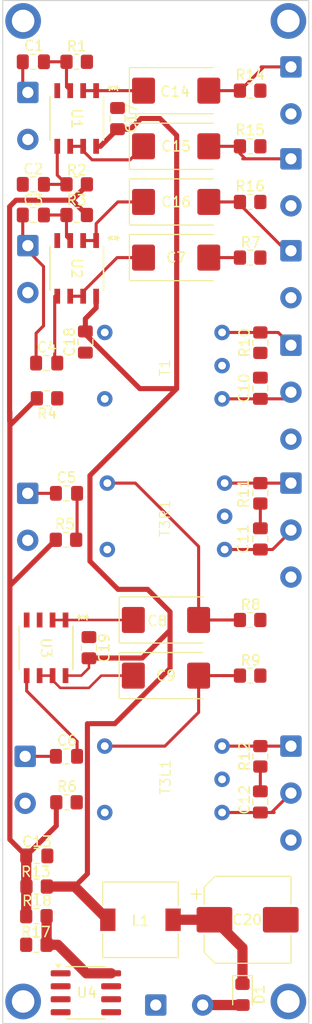
<source format=kicad_pcb>
(kicad_pcb (version 20240108) (generator "pcbnew") (generator_version "8.0")
  (layers (0 "F.Cu" signal) (31 "B.Cu" signal) (34 "B.Paste" user) (35 "F.Paste" user) (36 "B.SilkS" user "B.Silkscreen") (37 "F.SilkS" user "F.Silkscreen") (38 "B.Mask" user) (39 "F.Mask" user) (44 "Edge.Cuts" user))
  (net 0 "")
  (net 1 "Net-(IN_1-Pin_1)")
  (net 2 "Net-(U1A-+)")
  (net 3 "Net-(U1B-+)")
  (net 4 "Net-(U2A-+)")
  (net 5 "Net-(IN_2-Pin_1)")
  (net 6 "Net-(U2B-+)")
  (net 7 "Net-(U3A-+)")
  (net 8 "Net-(IN_3R1-Pin_1)")
  (net 9 "Net-(U3B-+)")
  (net 10 "Net-(IN_3L1-Pin_1)")
  (net 11 "Net-(U2B--)")
  (net 12 "Net-(T1-AA)")
  (net 13 "Net-(U3A--)")
  (net 14 "Net-(T3R1-AA)")
  (net 15 "Net-(T3L1-AA)")
  (net 16 "Net-(U3B--)")
  (net 17 "Net-(OUT_2B_I1-Pin_2)")
  (net 18 "Net-(C10-Pad2)")
  (net 19 "Net-(C11-Pad2)")
  (net 20 "Net-(OUT_3R_I1-Pin_2)")
  (net 21 "Net-(OUT_3L_I1-Pin_2)")
  (net 22 "Net-(C12-Pad2)")
  (net 23 "Vref")
  (net 24 "Earth")
  (net 25 "Net-(OUT_1A1-Pin_1)")
  (net 26 "Net-(OUT_1B1-Pin_1)")
  (net 27 "Net-(OUT_2A1-Pin_1)")
  (net 28 "Net-(OUT_2B_I1-Pin_1)")
  (net 29 "Net-(OUT_3L_I1-Pin_1)")
  (net 30 "Net-(OUT_3R_I1-Pin_1)")
  (net 31 "Net-(U1A--)")
  (net 32 "Net-(U1B--)")
  (net 33 "Net-(U2A--)")
  (net 34 "Net-(U1C-V+)")
  (net 35 "Net-(D1-K)")
  (net 36 "Net-(D1-A)")
  (net 37 "Net-(U4-REF)")
  (footprint "Resistor_SMD:R_0805_2012Metric_Pad1.20x1.40mm_HandSolder" (layer "F.Cu") (at 18.25 90.5 180)
    (property "Reference" "R6" (at -0.05 1.55 360) (layer "F.SilkS"))
    (property "Value" "1M" (hide yes))
    (pad "1" smd roundrect (at -1 0 180) (size 1.2 1.4) (layers "F.Cu" "F.Paste" "F.Mask") (roundrect_rratio 0.208333) (net 9 "Net-(U3B-+)"))
    (pad "2" smd roundrect (at 1 0 180) (size 1.2 1.4) (layers "F.Cu" "F.Paste" "F.Mask") (roundrect_rratio 0.208333) (net 23 "Vref"))
  )
  (footprint "Capacitor_Tantalum_SMD:CP_EIA-7343-30_AVX-N_Pad2.25x2.55mm_HandSolder" (layer "F.Cu") (at 29 37.17075)
    (property "Reference" "C7" (at 0 0 0) (layer "F.SilkS"))
    (property "Value" "10u" (hide yes))
    (pad "1" smd roundrect (at -3.2 0) (size 2.25 2.55) (layers "F.Cu" "F.Paste" "F.Mask") (roundrect_rratio 0.111111) (net 11 "Net-(U2B--)"))
    (pad "2" smd roundrect (at 3.2 0) (size 2.25 2.55) (layers "F.Cu" "F.Paste" "F.Mask") (roundrect_rratio 0.111111) (net 12 "Net-(T1-AA)"))
  )
  (footprint "Resistor_SMD:R_0805_2012Metric_Pad1.20x1.40mm_HandSolder" (layer "F.Cu") (at 37.25 45.5 90)
    (property "Reference" "R10" (at 0 -1.55 90) (layer "F.SilkS"))
    (property "Value" "10k" (hide yes))
    (pad "1" smd roundrect (at -1 0 90) (size 1.2 1.4) (layers "F.Cu" "F.Paste" "F.Mask") (roundrect_rratio 0.208333) (net 18 "Net-(C10-Pad2)"))
    (pad "2" smd roundrect (at 1 0 90) (size 1.2 1.4) (layers "F.Cu" "F.Paste" "F.Mask") (roundrect_rratio 0.208333) (net 28 "Net-(OUT_2B_I1-Pin_1)"))
  )
  (footprint "Capacitor_SMD:C_0805_2012Metric_Pad1.18x1.45mm_HandSolder" (layer "F.Cu") (at 37.25 90.4625 90)
    (property "Reference" "C12" (at 0.2125 -1.55 90) (layer "F.SilkS"))
    (property "Value" ".001u" (hide yes))
    (pad "1" smd roundrect (at -1.0375 0 90) (size 1.175 1.45) (layers "F.Cu" "F.Paste" "F.Mask") (roundrect_rratio 0.212766) (net 21 "Net-(OUT_3L_I1-Pin_2)"))
    (pad "2" smd roundrect (at 1.0375 0 90) (size 1.175 1.45) (layers "F.Cu" "F.Paste" "F.Mask") (roundrect_rratio 0.212766) (net 22 "Net-(C12-Pad2)"))
  )
  (footprint "Library:D8_TEX_STM" (layer "F.Cu") (at 16.25 75.375 -90)
    (property "Reference" "U3" (at 0 0 -90) (layer "F.SilkS"))
    (property "Value" "TL072" (hide yes))
    (fp_text user "*" (at -2.97815 -3.6068 -90) (layer "F.SilkS"))
    (fp_text user "*" (at -2.97815 -3.6068 90) (layer "F.SilkS"))
    (pad "1" smd rect (at -2.72415 -1.905 270) (size 1.4605 0.5588) (layers "F.Cu" "F.Paste" "F.Mask") (net 13 "Net-(U3A--)"))
    (pad "2" smd rect (at -2.72415 -0.635 270) (size 1.4605 0.5588) (layers "F.Cu" "F.Paste" "F.Mask") (net 13 "Net-(U3A--)"))
    (pad "3" smd rect (at -2.72415 0.635 270) (size 1.4605 0.5588) (layers "F.Cu" "F.Paste" "F.Mask") (net 7 "Net-(U3A-+)"))
    (pad "4" smd rect (at -2.72415 1.905 270) (size 1.4605 0.5588) (layers "F.Cu" "F.Paste" "F.Mask") (net 24 "Earth"))
    (pad "5" smd rect (at 2.72415 1.905 270) (size 1.4605 0.5588) (layers "F.Cu" "F.Paste" "F.Mask") (net 9 "Net-(U3B-+)"))
    (pad "6" smd rect (at 2.72415 0.635 270) (size 1.4605 0.5588) (layers "F.Cu" "F.Paste" "F.Mask") (net 16 "Net-(U3B--)"))
    (pad "7" smd rect (at 2.72415 -0.635 270) (size 1.4605 0.5588) (layers "F.Cu" "F.Paste" "F.Mask") (net 16 "Net-(U3B--)"))
    (pad "8" smd rect (at 2.72415 -1.905 270) (size 1.4605 0.5588) (layers "F.Cu" "F.Paste" "F.Mask") (net 34 "Net-(U1C-V+)"))
  )
  (footprint "Capacitor_SMD:C_0805_2012Metric_Pad1.18x1.45mm_HandSolder" (layer "F.Cu") (at 15 33)
    (property "Reference" "C3" (at 0 -1.47625 0) (layer "F.SilkS"))
    (property "Value" "220n" (hide yes))
    (pad "1" smd roundrect (at -1.0375 0) (size 1.175 1.45) (layers "F.Cu" "F.Paste" "F.Mask") (roundrect_rratio 0.212766) (net 5 "Net-(IN_2-Pin_1)"))
    (pad "2" smd roundrect (at 1.0375 0) (size 1.175 1.45) (layers "F.Cu" "F.Paste" "F.Mask") (roundrect_rratio 0.212766) (net 4 "Net-(U2A-+)"))
  )
  (footprint "Connector_Wire:SolderWire-0.5sqmm_1x02_P4.6mm_D0.9mm_OD2.1mm" (layer "F.Cu") (at 14.4625 21 -90)
    (property "Reference" "IN_1" (hide yes))
    (property "Value" "Conn_01x02_Pin" (hide yes))
    (pad "1" thru_hole roundrect (at 0 0 270) (size 2.1 2.1) (drill 1.1) (layers "*.Cu" "*.Mask") (roundrect_rratio 0.119048) (net 1 "Net-(IN_1-Pin_1)"))
    (pad "2" thru_hole circle (at 4.6 0 270) (size 2.1 2.1) (drill 1.1) (layers "*.Cu" "*.Mask") (net 24 "Earth"))
  )
  (footprint "Capacitor_SMD:C_0805_2012Metric_Pad1.18x1.45mm_HandSolder" (layer "F.Cu") (at 18.25 60.25)
    (property "Reference" "C5" (at 0 -1.55 0) (layer "F.SilkS"))
    (property "Value" "220n" (hide yes))
    (pad "1" smd roundrect (at -1.0375 0) (size 1.175 1.45) (layers "F.Cu" "F.Paste" "F.Mask") (roundrect_rratio 0.212766) (net 8 "Net-(IN_3R1-Pin_1)"))
    (pad "2" smd roundrect (at 1.0375 0) (size 1.175 1.45) (layers "F.Cu" "F.Paste" "F.Mask") (roundrect_rratio 0.212766) (net 7 "Net-(U3A-+)"))
  )
  (footprint "Resistor_SMD:R_0805_2012Metric_Pad1.20x1.40mm_HandSolder" (layer "F.Cu") (at 15.3 104.45 180)
    (property "Reference" "R17" (at 0.05 1.25 0) (layer "F.SilkS"))
    (property "Value" "10k" (hide yes))
    (pad "1" smd roundrect (at -1 0 180) (size 1.2 1.4) (layers "F.Cu" "F.Paste" "F.Mask") (roundrect_rratio 0.208333) (net 37 "Net-(U4-REF)"))
    (pad "2" smd roundrect (at 1 0 180) (size 1.2 1.4) (layers "F.Cu" "F.Paste" "F.Mask") (roundrect_rratio 0.208333) (net 24 "Earth"))
  )
  (footprint "Capacitor_SMD:C_0805_2012Metric_Pad1.18x1.45mm_HandSolder" (layer "F.Cu") (at 15.3375 95.75 180)
    (property "Reference" "C13" (at -0.0125 1.4 0) (layer "F.SilkS"))
    (property "Value" "C" (hide yes))
    (pad "1" smd roundrect (at -1.0375 0 180) (size 1.175 1.45) (layers "F.Cu" "F.Paste" "F.Mask") (roundrect_rratio 0.212766) (net 24 "Earth"))
    (pad "2" smd roundrect (at 1.0375 0 180) (size 1.175 1.45) (layers "F.Cu" "F.Paste" "F.Mask") (roundrect_rratio 0.212766) (net 23 "Vref"))
  )
  (footprint "Resistor_SMD:R_0805_2012Metric_Pad1.20x1.40mm_HandSolder" (layer "F.Cu") (at 36.25 78.0983)
    (property "Reference" "R9" (at 0.0475 -1.4983 0) (layer "F.SilkS"))
    (property "Value" "1M" (hide yes))
    (pad "1" smd roundrect (at -1 0) (size 1.2 1.4) (layers "F.Cu" "F.Paste" "F.Mask") (roundrect_rratio 0.208333) (net 15 "Net-(T3L1-AA)"))
    (pad "2" smd roundrect (at 1 0) (size 1.2 1.4) (layers "F.Cu" "F.Paste" "F.Mask") (roundrect_rratio 0.208333) (net 24 "Earth"))
  )
  (footprint "Capacitor_SMD:C_0805_2012Metric_Pad1.18x1.45mm_HandSolder" (layer "F.Cu") (at 37.25 49.9625 90)
    (property "Reference" "C10" (at 0 -1.6 90) (layer "F.SilkS"))
    (property "Value" ".001u" (hide yes))
    (pad "1" smd roundrect (at -1.0375 0 90) (size 1.175 1.45) (layers "F.Cu" "F.Paste" "F.Mask") (roundrect_rratio 0.212766) (net 17 "Net-(OUT_2B_I1-Pin_2)"))
    (pad "2" smd roundrect (at 1.0375 0 90) (size 1.175 1.45) (layers "F.Cu" "F.Paste" "F.Mask") (roundrect_rratio 0.212766) (net 18 "Net-(C10-Pad2)"))
  )
  (footprint "Capacitor_Tantalum_SMD:CP_EIA-7343-30_AVX-N_Pad2.25x2.55mm_HandSolder" (layer "F.Cu") (at 29 26.27415)
    (property "Reference" "C15" (at 0 0 0) (layer "F.SilkS"))
    (property "Value" "10u" (hide yes))
    (pad "1" smd roundrect (at -3.2 0) (size 2.25 2.55) (layers "F.Cu" "F.Paste" "F.Mask") (roundrect_rratio 0.111111) (net 32 "Net-(U1B--)"))
    (pad "2" smd roundrect (at 3.2 0) (size 2.25 2.55) (layers "F.Cu" "F.Paste" "F.Mask") (roundrect_rratio 0.111111) (net 26 "Net-(OUT_1B1-Pin_1)"))
  )
  (footprint "MountingHole:MountingHole_2.2mm_M2_ISO7380_Pad_TopBottom" (layer "F.Cu") (at 14 14)
    (property "Reference" "REF**" (hide yes))
    (property "Value" "MountingHole_2.2mm_M2_ISO7380_Pad_TopBottom" (hide yes))
    (pad "1" thru_hole circle (at 0 0) (size 2.6 2.6) (drill 2.2) (layers "*.Cu" "*.Mask"))
    (pad "1" connect circle (at 0 0) (size 3.5 3.5) (layers "F.Cu" "F.Mask"))
    (pad "1" connect circle (at 0 0) (size 3.5 3.5) (layers "B.Cu" "B.Mask"))
  )
  (footprint "Capacitor_SMD:C_0805_2012Metric_Pad1.18x1.45mm_HandSolder" (layer "F.Cu") (at 16.3075 47.5)
    (property "Reference" "C4" (at 0 -1.55 0) (layer "F.SilkS"))
    (property "Value" "220n" (hide yes))
    (pad "1" smd roundrect (at -1.0375 0) (size 1.175 1.45) (layers "F.Cu" "F.Paste" "F.Mask") (roundrect_rratio 0.212766) (net 5 "Net-(IN_2-Pin_1)"))
    (pad "2" smd roundrect (at 1.0375 0) (size 1.175 1.45) (layers "F.Cu" "F.Paste" "F.Mask") (roundrect_rratio 0.212766) (net 6 "Net-(U2B-+)"))
  )
  (footprint "Library:Tansformer 11" (layer "F.Cu") (at 22 91.5 90)
    (property "Reference" "T3L1" (at 3.46 5.95 90) (layer "F.SilkS") (effects (font (thickness 0.1))))
    (property "Value" "Transformer_1P_1S" (hide yes))
    (pad "1" thru_hole circle (at 6.5 0 90) (size 1.524 1.524) (drill 0.762) (layers "*.Cu" "*.Mask") (net 15 "Net-(T3L1-AA)"))
    (pad "2" thru_hole circle (at 0 0 90) (size 1.524 1.524) (drill 0.762) (layers "*.Cu" "*.Mask") (net 24 "Earth"))
    (pad "3" thru_hole circle (at 0 11.5 90) (size 1.524 1.524) (drill 0.762) (layers "*.Cu" "*.Mask") (net 21 "Net-(OUT_3L_I1-Pin_2)"))
    (pad "4" thru_hole circle (at 6.5 11.5 90) (size 1.524 1.524) (drill 0.762) (layers "*.Cu" "*.Mask") (net 29 "Net-(OUT_3L_I1-Pin_1)"))
    (pad "5" thru_hole circle (at 3.25 11.5 90) (size 1.524 1.524) (drill 0.762) (layers "*.Cu" "*.Mask"))
  )
  (footprint "Resistor_SMD:R_0805_2012Metric_Pad1.20x1.40mm_HandSolder" (layer "F.Cu") (at 16.345 50.95 180)
    (property "Reference" "R4" (at 0 -1.5 360) (layer "F.SilkS"))
    (property "Value" "1M" (hide yes))
    (pad "1" smd roundrect (at -1 0 180) (size 1.2 1.4) (layers "F.Cu" "F.Paste" "F.Mask") (roundrect_rratio 0.208333) (net 6 "Net-(U2B-+)"))
    (pad "2" smd roundrect (at 1 0 180) (size 1.2 1.4) (layers "F.Cu" "F.Paste" "F.Mask") (roundrect_rratio 0.208333) (net 23 "Vref"))
  )
  (footprint "Capacitor_SMD:CP_Elec_8x10" (layer "F.Cu") (at 36 102)
    (property "Reference" "C20" (at -0.0425 0 0) (layer "F.SilkS"))
    (property "Value" "C_Polarized" (hide yes))
    (pad "1" smd roundrect (at -3.25 0) (size 3.5 2.5) (layers "F.Cu" "F.Paste" "F.Mask") (roundrect_rratio 0.1) (net 35 "Net-(D1-K)"))
    (pad "2" smd roundrect (at 3.25 0) (size 3.5 2.5) (layers "F.Cu" "F.Paste" "F.Mask") (roundrect_rratio 0.1) (net 24 "Earth"))
  )
  (footprint "Library:Tansformer 11" (layer "F.Cu") (at 22 51 90)
    (property "Reference" "T1" (at 3.05 5.9 90) (layer "F.SilkS") (effects (font (thickness 0.1))))
    (property "Value" "Transformer_1P_1S" (hide yes))
    (pad "1" thru_hole circle (at 6.5 0 90) (size 1.524 1.524) (drill 0.762) (layers "*.Cu" "*.Mask") (net 12 "Net-(T1-AA)"))
    (pad "2" thru_hole circle (at 0 0 90) (size 1.524 1.524) (drill 0.762) (layers "*.Cu" "*.Mask") (net 24 "Earth"))
    (pad "3" thru_hole circle (at 0 11.5 90) (size 1.524 1.524) (drill 0.762) (layers "*.Cu" "*.Mask") (net 17 "Net-(OUT_2B_I1-Pin_2)"))
    (pad "4" thru_hole circle (at 6.5 11.5 90) (size 1.524 1.524) (drill 0.762) (layers "*.Cu" "*.Mask") (net 28 "Net-(OUT_2B_I1-Pin_1)"))
    (pad "5" thru_hole circle (at 3.25 11.5 90) (size 1.524 1.524) (drill 0.762) (layers "*.Cu" "*.Mask"))
  )
  (footprint "Capacitor_SMD:C_0805_2012Metric_Pad1.18x1.45mm_HandSolder" (layer "F.Cu") (at 20.45 75.3625 -90)
    (property "Reference" "C19" (at 0.0375 -1.5 90) (layer "F.SilkS"))
    (property "Value" "1u" (hide yes))
    (pad "1" smd roundrect (at -1.0375 0 270) (size 1.175 1.45) (layers "F.Cu" "F.Paste" "F.Mask") (roundrect_rratio 0.212766) (net 24 "Earth"))
    (pad "2" smd roundrect (at 1.0375 0 270) (size 1.175 1.45) (layers "F.Cu" "F.Paste" "F.Mask") (roundrect_rratio 0.212766) (net 34 "Net-(U1C-V+)"))
  )
  (footprint "Resistor_SMD:R_0805_2012Metric_Pad1.20x1.40mm_HandSolder" (layer "F.Cu") (at 19.25 30)
    (property "Reference" "R2" (at 0 -1.4 0) (layer "F.SilkS"))
    (property "Value" "1M" (hide yes))
    (pad "1" smd roundrect (at -1 0) (size 1.2 1.4) (layers "F.Cu" "F.Paste" "F.Mask") (roundrect_rratio 0.208333) (net 3 "Net-(U1B-+)"))
    (pad "2" smd roundrect (at 1 0) (size 1.2 1.4) (layers "F.Cu" "F.Paste" "F.Mask") (roundrect_rratio 0.208333) (net 23 "Vref"))
  )
  (footprint "Resistor_SMD:R_0805_2012Metric_Pad1.20x1.40mm_HandSolder" (layer "F.Cu") (at 19.25 33)
    (property "Reference" "R3" (at 0 -1.445 0) (layer "F.SilkS"))
    (property "Value" "1M" (hide yes))
    (pad "1" smd roundrect (at -1 0) (size 1.2 1.4) (layers "F.Cu" "F.Paste" "F.Mask") (roundrect_rratio 0.208333) (net 4 "Net-(U2A-+)"))
    (pad "2" smd roundrect (at 1 0) (size 1.2 1.4) (layers "F.Cu" "F.Paste" "F.Mask") (roundrect_rratio 0.208333) (net 23 "Vref"))
  )
  (footprint "Resistor_SMD:R_0805_2012Metric_Pad1.20x1.40mm_HandSolder" (layer "F.Cu") (at 15.325 98.75)
    (property "Reference" "R13" (at -0.075 -1.45 0) (layer "F.SilkS"))
    (property "Value" "1k" (hide yes))
    (pad "1" smd roundrect (at -1 0) (size 1.2 1.4) (layers "F.Cu" "F.Paste" "F.Mask") (roundrect_rratio 0.208333) (net 23 "Vref"))
    (pad "2" smd roundrect (at 1 0) (size 1.2 1.4) (layers "F.Cu" "F.Paste" "F.Mask") (roundrect_rratio 0.208333) (net 34 "Net-(U1C-V+)"))
  )
  (footprint "Connector_Wire:SolderWire-0.5sqmm_1x02_P4.6mm_D0.9mm_OD2.1mm" (layer "F.Cu") (at 40.25 36.5 -90)
    (property "Reference" "OUT_2A1" (hide yes))
    (property "Value" "Conn_01x02_Pin" (hide yes))
    (pad "1" thru_hole roundrect (at 0 0 270) (size 2.1 2.1) (drill 1.1) (layers "*.Cu" "*.Mask") (roundrect_rratio 0.119048) (net 27 "Net-(OUT_2A1-Pin_1)"))
    (pad "2" thru_hole circle (at 4.6 0 270) (size 2.1 2.1) (drill 1.1) (layers "*.Cu" "*.Mask") (net 24 "Earth"))
  )
  (footprint "Capacitor_SMD:C_0805_2012Metric_Pad1.18x1.45mm_HandSolder" (layer "F.Cu") (at 15 18)
    (property "Reference" "C1" (at 0.0625 -1.575 0) (layer "F.SilkS"))
    (property "Value" "220n" (hide yes))
    (pad "1" smd roundrect (at -1.0375 0) (size 1.175 1.45) (layers "F.Cu" "F.Paste" "F.Mask") (roundrect_rratio 0.212766) (net 1 "Net-(IN_1-Pin_1)"))
    (pad "2" smd roundrect (at 1.0375 0) (size 1.175 1.45) (layers "F.Cu" "F.Paste" "F.Mask") (roundrect_rratio 0.212766) (net 2 "Net-(U1A-+)"))
  )
  (footprint "Connector_Wire:SolderWire-0.5sqmm_1x03_P4.6mm_D0.9mm_OD2.1mm" (layer "F.Cu") (at 40.25 85 -90)
    (property "Reference" "OUT_3L_I1" (hide yes))
    (property "Value" "Conn_01x03_Pin" (hide yes))
    (pad "1" thru_hole roundrect (at 0 0 270) (size 2.1 2.1) (drill 1.1) (layers "*.Cu" "*.Mask") (roundrect_rratio 0.119048) (net 29 "Net-(OUT_3L_I1-Pin_1)"))
    (pad "2" thru_hole circle (at 4.6 0 270) (size 2.1 2.1) (drill 1.1) (layers "*.Cu" "*.Mask") (net 21 "Net-(OUT_3L_I1-Pin_2)"))
    (pad "3" thru_hole circle (at 9.2 0 270) (size 2.1 2.1) (drill 1.1) (layers "*.Cu" "*.Mask") (net 24 "Earth"))
  )
  (footprint "Resistor_SMD:R_0805_2012Metric_Pad1.20x1.40mm_HandSolder" (layer "F.Cu") (at 36.25 26.27415)
    (property "Reference" "R15" (at 0 -1.6 0) (layer "F.SilkS"))
    (property "Value" "1M" (hide yes))
    (pad "1" smd roundrect (at -1 0) (size 1.2 1.4) (layers "F.Cu" "F.Paste" "F.Mask") (roundrect_rratio 0.208333) (net 26 "Net-(OUT_1B1-Pin_1)"))
    (pad "2" smd roundrect (at 1 0) (size 1.2 1.4) (layers "F.Cu" "F.Paste" "F.Mask") (roundrect_rratio 0.208333) (net 24 "Earth"))
  )
  (footprint "Resistor_SMD:R_0805_2012Metric_Pad1.20x1.40mm_HandSolder" (layer "F.Cu") (at 19.25 18)
    (property "Reference" "R1" (at 0 -1.525 0) (layer "F.SilkS"))
    (property "Value" "1M" (hide yes))
    (pad "1" smd roundrect (at -1 0) (size 1.2 1.4) (layers "F.Cu" "F.Paste" "F.Mask") (roundrect_rratio 0.208333) (net 2 "Net-(U1A-+)"))
    (pad "2" smd roundrect (at 1 0) (size 1.2 1.4) (layers "F.Cu" "F.Paste" "F.Mask") (roundrect_rratio 0.208333) (net 23 "Vref"))
  )
  (footprint "Connector_Wire:SolderWire-0.5sqmm_1x02_P4.6mm_D0.9mm_OD2.1mm" (layer "F.Cu") (at 14.2 86 -90)
    (property "Reference" "IN_3L1" (hide yes))
    (property "Value" "Conn_01x02_Pin" (hide yes))
    (pad "1" thru_hole roundrect (at 0 0 270) (size 2.1 2.1) (drill 1.1) (layers "*.Cu" "*.Mask") (roundrect_rratio 0.119048) (net 10 "Net-(IN_3L1-Pin_1)"))
    (pad "2" thru_hole circle (at 4.6 0 270) (size 2.1 2.1) (drill 1.1) (layers "*.Cu" "*.Mask") (net 24 "Earth"))
  )
  (footprint "Capacitor_Tantalum_SMD:CP_EIA-7343-30_AVX-N_Pad2.25x2.55mm_HandSolder" (layer "F.Cu") (at 28 78.0983)
    (property "Reference" "C9" (at 0 0 0) (layer "F.SilkS"))
    (property "Value" "10u" (hide yes))
    (pad "1" smd roundrect (at -3.2 0) (size 2.25 2.55) (layers "F.Cu" "F.Paste" "F.Mask") (roundrect_rratio 0.111111) (net 16 "Net-(U3B--)"))
    (pad "2" smd roundrect (at 3.2 0) (size 2.25 2.55) (layers "F.Cu" "F.Paste" "F.Mask") (roundrect_rratio 0.111111) (net 15 "Net-(T3L1-AA)"))
  )
  (footprint "Capacitor_SMD:C_0805_2012Metric_Pad1.18x1.45mm_HandSolder" (layer "F.Cu") (at 18.25 86)
    (property "Reference" "C6" (at 0.05 -1.55 0) (layer "F.SilkS"))
    (property "Value" "220n" (hide yes))
    (pad "1" smd roundrect (at -1.0375 0) (size 1.175 1.45) (layers "F.Cu" "F.Paste" "F.Mask") (roundrect_rratio 0.212766) (net 10 "Net-(IN_3L1-Pin_1)"))
    (pad "2" smd roundrect (at 1.0375 0) (size 1.175 1.45) (layers "F.Cu" "F.Paste" "F.Mask") (roundrect_rratio 0.212766) (net 9 "Net-(U3B-+)"))
  )
  (footprint "Resistor_SMD:R_0805_2012Metric_Pad1.20x1.40mm_HandSolder" (layer "F.Cu") (at 37.25 60.25 90)
    (property "Reference" "R11" (at 0 -1.65 90) (layer "F.SilkS"))
    (property "Value" "10k" (hide yes))
    (pad "1" smd roundrect (at -1 0 90) (size 1.2 1.4) (layers "F.Cu" "F.Paste" "F.Mask") (roundrect_rratio 0.208333) (net 19 "Net-(C11-Pad2)"))
    (pad "2" smd roundrect (at 1 0 90) (size 1.2 1.4) (layers "F.Cu" "F.Paste" "F.Mask") (roundrect_rratio 0.208333) (net 30 "Net-(OUT_3R_I1-Pin_1)"))
  )
  (footprint "Resistor_SMD:R_0805_2012Metric_Pad1.20x1.40mm_HandSolder" (layer "F.Cu") (at 36.25 20.82585)
    (property "Reference" "R14" (at 0 -1.55 0) (layer "F.SilkS"))
    (property "Value" "1M" (hide yes))
    (pad "1" smd roundrect (at -1 0) (size 1.2 1.4) (layers "F.Cu" "F.Paste" "F.Mask") (roundrect_rratio 0.208333) (net 25 "Net-(OUT_1A1-Pin_1)"))
    (pad "2" smd roundrect (at 1 0) (size 1.2 1.4) (layers "F.Cu" "F.Paste" "F.Mask") (roundrect_rratio 0.208333) (net 24 "Earth"))
  )
  (footprint "Connector_Wire:SolderWire-0.5sqmm_1x02_P4.6mm_D0.9mm_OD2.1mm" (layer "F.Cu") (at 14.45 60.25 -90)
    (property "Reference" "IN_3R1" (hide yes))
    (property "Value" "Conn_01x02_Pin" (hide yes))
    (pad "1" thru_hole roundrect (at 0 0 270) (size 2.1 2.1) (drill 1.1) (layers "*.Cu" "*.Mask") (roundrect_rratio 0.119048) (net 8 "Net-(IN_3R1-Pin_1)"))
    (pad "2" thru_hole circle (at 4.6 0 270) (size 2.1 2.1) (drill 1.1) (layers "*.Cu" "*.Mask") (net 24 "Earth"))
  )
  (footprint "Capacitor_SMD:C_0805_2012Metric_Pad1.18x1.45mm_HandSolder" (layer "F.Cu") (at 20.1 45.4375 90)
    (property "Reference" "C18" (at 0 -1.55 90) (layer "F.SilkS"))
    (property "Value" "1u" (hide yes))
    (pad "1" smd roundrect (at -1.0375 0 90) (size 1.175 1.45) (layers "F.Cu" "F.Paste" "F.Mask") (roundrect_rratio 0.212766) (net 24 "Earth"))
    (pad "2" smd roundrect (at 1.0375 0 90) (size 1.175 1.45) (layers "F.Cu" "F.Paste" "F.Mask") (roundrect_rratio 0.212766) (net 34 "Net-(U1C-V+)"))
  )
  (footprint "Connector_Wire:SolderWire-0.5sqmm_1x03_P4.6mm_D0.9mm_OD2.1mm" (layer "F.Cu") (at 40.25 59.25 -90)
    (property "Reference" "OUT_3R_I1" (hide yes))
    (property "Value" "Conn_01x03_Pin" (hide yes))
    (pad "1" thru_hole roundrect (at 0 0 270) (size 2.1 2.1) (drill 1.1) (layers "*.Cu" "*.Mask") (roundrect_rratio 0.119048) (net 30 "Net-(OUT_3R_I1-Pin_1)"))
    (pad "2" thru_hole circle (at 4.6 0 270) (size 2.1 2.1) (drill 1.1) (layers "*.Cu" "*.Mask") (net 20 "Net-(OUT_3R_I1-Pin_2)"))
    (pad "3" thru_hole circle (at 9.2 0 270) (size 2.1 2.1) (drill 1.1) (layers "*.Cu" "*.Mask") (net 24 "Earth"))
  )
  (footprint "Connector_Wire:SolderWire-0.5sqmm_1x02_P4.6mm_D0.9mm_OD2.1mm" (layer "F.Cu") (at 40.25 27.5 -90)
    (property "Reference" "OUT_1B1" (hide yes))
    (property "Value" "Conn_01x02_Pin" (hide yes))
    (pad "1" thru_hole roundrect (at 0 0 270) (size 2.1 2.1) (drill 1.1) (layers "*.Cu" "*.Mask") (roundrect_rratio 0.119048) (net 26 "Net-(OUT_1B1-Pin_1)"))
    (pad "2" thru_hole circle (at 4.6 0 270) (size 2.1 2.1) (drill 1.1) (layers "*.Cu" "*.Mask") (net 24 "Earth"))
  )
  (footprint "Capacitor_SMD:C_0805_2012Metric_Pad1.18x1.45mm_HandSolder" (layer "F.Cu") (at 23.25 23.5625 -90)
    (property "Reference" "C17" (at -0.0375 -1.35 90) (layer "F.SilkS"))
    (property "Value" "1u" (hide yes))
    (pad "1" smd roundrect (at -1.0375 0 270) (size 1.175 1.45) (layers "F.Cu" "F.Paste" "F.Mask") (roundrect_rratio 0.212766) (net 24 "Earth"))
    (pad "2" smd roundrect (at 1.0375 0 270) (size 1.175 1.45) (layers "F.Cu" "F.Paste" "F.Mask") (roundrect_rratio 0.212766) (net 34 "Net-(U1C-V+)"))
  )
  (footprint "MountingHole:MountingHole_2.2mm_M2_ISO7380_Pad_TopBottom" (layer "F.Cu") (at 40 14)
    (property "Reference" "REF**" (hide yes))
    (property "Value" "MountingHole_2.2mm_M2_ISO7380_Pad_TopBottom" (hide yes))
    (pad "1" thru_hole circle (at 0 0) (size 2.6 2.6) (drill 2.2) (layers "*.Cu" "*.Mask"))
    (pad "1" connect circle (at 0 0) (size 3.5 3.5) (layers "F.Cu" "F.Mask"))
    (pad "1" connect circle (at 0 0) (size 3.5 3.5) (layers "B.Cu" "B.Mask"))
  )
  (footprint "Capacitor_Tantalum_SMD:CP_EIA-7343-30_AVX-N_Pad2.25x2.55mm_HandSolder" (layer "F.Cu") (at 29 31.72245)
    (property "Reference" "C16" (at 0 0 0) (layer "F.SilkS"))
    (property "Value" "10u" (hide yes))
    (pad "1" smd roundrect (at -3.2 0) (size 2.25 2.55) (layers "F.Cu" "F.Paste" "F.Mask") (roundrect_rratio 0.111111) (net 33 "Net-(U2A--)"))
    (pad "2" smd roundrect (at 3.2 0) (size 2.25 2.55) (layers "F.Cu" "F.Paste" "F.Mask") (roundrect_rratio 0.111111) (net 27 "Net-(OUT_2A1-Pin_1)"))
  )
  (footprint "Capacitor_SMD:C_0805_2012Metric_Pad1.18x1.45mm_HandSolder" (layer "F.Cu") (at 15 30)
    (property "Reference" "C2" (at 0 -1.5 0) (layer "F.SilkS"))
    (property "Value" "220n" (hide yes))
    (pad "1" smd roundrect (at -1.0375 0) (size 1.175 1.45) (layers "F.Cu" "F.Paste" "F.Mask") (roundrect_rratio 0.212766) (net 1 "Net-(IN_1-Pin_1)"))
    (pad "2" smd roundrect (at 1.0375 0) (size 1.175 1.45) (layers "F.Cu" "F.Paste" "F.Mask") (roundrect_rratio 0.212766) (net 3 "Net-(U1B-+)"))
  )
  (footprint "Diode_SMD:D_0805_2012Metric_Pad1.15x1.40mm_HandSolder" (layer "F.Cu") (at 35.5 109.325 -90)
    (property "Reference" "D1" (at 0 -1.65 90) (layer "F.SilkS"))
    (property "Value" "D" (hide yes))
    (pad "1" smd roundrect (at -1.025 0 270) (size 1.15 1.4) (layers "F.Cu" "F.Paste" "F.Mask") (roundrect_rratio 0.217391) (net 35 "Net-(D1-K)"))
    (pad "2" smd roundrect (at 1.025 0 270) (size 1.15 1.4) (layers "F.Cu" "F.Paste" "F.Mask") (roundrect_rratio 0.217391) (net 36 "Net-(D1-A)"))
  )
  (footprint "Library:D8_TEX_STM" (layer "F.Cu") (at 19.25 23.55 -90)
    (property "Reference" "U1" (at 0 0 -90) (layer "F.SilkS"))
    (property "Value" "TL072" (hide yes))
    (fp_text user "*" (at -2.97815 -3.6068 -90) (layer "F.SilkS"))
    (fp_text user "*" (at -2.97815 -3.6068 90) (layer "F.SilkS"))
    (pad "1" smd rect (at -2.72415 -1.905 270) (size 1.4605 0.5588) (layers "F.Cu" "F.Paste" "F.Mask") (net 31 "Net-(U1A--)"))
    (pad "2" smd rect (at -2.72415 -0.635 270) (size 1.4605 0.5588) (layers "F.Cu" "F.Paste" "F.Mask") (net 31 "Net-(U1A--)"))
    (pad "3" smd rect (at -2.72415 0.635 270) (size 1.4605 0.5588) (layers "F.Cu" "F.Paste" "F.Mask") (net 2 "Net-(U1A-+)"))
    (pad "4" smd rect (at -2.72415 1.905 270) (size 1.4605 0.5588) (layers "F.Cu" "F.Paste" "F.Mask") (net 24 "Earth"))
    (pad "5" smd rect (at 2.72415 1.905 270) (size 1.4605 0.5588) (layers "F.Cu" "F.Paste" "F.Mask") (net 3 "Net-(U1B-+)"))
    (pad "6" smd rect (at 2.72415 0.635 270) (size 1.4605 0.5588) (layers "F.Cu" "F.Paste" "F.Mask") (net 32 "Net-(U1B--)"))
    (pad "7" smd rect (at 2.72415 -0.635 270) (size 1.4605 0.5588) (layers "F.Cu" "F.Paste" "F.Mask") (net 32 "Net-(U1B--)"))
    (pad "8" smd rect (at 2.72415 -1.905 270) (size 1.4605 0.5588) (layers "F.Cu" "F.Paste" "F.Mask") (net 34 "Net-(U1C-V+)"))
  )
  (footprint "Capacitor_Tantalum_SMD:CP_EIA-7343-30_AVX-N_Pad2.25x2.55mm_HandSolder" (layer "F.Cu") (at 28 72.65)
    (property "Reference" "C8" (at -0.85 0.1 0) (layer "F.SilkS"))
    (property "Value" "10u" (hide yes))
    (pad "1" smd roundrect (at -3.2 0) (size 2.25 2.55) (layers "F.Cu" "F.Paste" "F.Mask") (roundrect_rratio 0.111111) (net 13 "Net-(U3A--)"))
    (pad "2" smd roundrect (at 3.2 0) (size 2.25 2.55) (layers "F.Cu" "F.Paste" "F.Mask") (roundrect_rratio 0.111111) (net 14 "Net-(T3R1-AA)"))
  )
  (footprint "Resistor_SMD:R_0805_2012Metric_Pad1.20x1.40mm_HandSolder" (layer "F.Cu") (at 36.25 31.72245)
    (property "Reference" "R16" (at 0 -1.55 0) (layer "F.SilkS"))
    (property "Value" "1M" (hide yes))
    (pad "1" smd roundrect (at -1 0) (size 1.2 1.4) (layers "F.Cu" "F.Paste" "F.Mask") (roundrect_rratio 0.208333) (net 27 "Net-(OUT_2A1-Pin_1)"))
    (pad "2" smd roundrect (at 1 0) (size 1.2 1.4) (layers "F.Cu" "F.Paste" "F.Mask") (roundrect_rratio 0.208333) (net 24 "Earth"))
  )
  (footprint "Capacitor_Tantalum_SMD:CP_EIA-7343-30_AVX-N_Pad2.25x2.55mm_HandSolder" (layer "F.Cu") (at 29 20.82585)
    (property "Reference" "C14" (at -0.1 0.1 0) (layer "F.SilkS"))
    (property "Value" "10u" (hide yes))
    (pad "1" smd roundrect (at -3.2 0) (size 2.25 2.55) (layers "F.Cu" "F.Paste" "F.Mask") (roundrect_rratio 0.111111) (net 31 "Net-(U1A--)"))
    (pad "2" smd roundrect (at 3.2 0) (size 2.25 2.55) (layers "F.Cu" "F.Paste" "F.Mask") (roundrect_rratio 0.111111) (net 25 "Net-(OUT_1A1-Pin_1)"))
  )
  (footprint "Connector_Wire:SolderWire-0.5sqmm_1x02_P4.6mm_D0.9mm_OD2.1mm" (layer "F.Cu") (at 14.4625 36 -90)
    (property "Reference" "IN_2" (hide yes))
    (property "Value" "Conn_01x02_Pin" (hide yes))
    (pad "1" thru_hole roundrect (at 0 0 270) (size 2.1 2.1) (drill 1.1) (layers "*.Cu" "*.Mask") (roundrect_rratio 0.119048) (net 5 "Net-(IN_2-Pin_1)"))
    (pad "2" thru_hole circle (at 4.6 0 270) (size 2.1 2.1) (drill 1.1) (layers "*.Cu" "*.Mask") (net 24 "Earth"))
  )
  (footprint "Resistor_SMD:R_0805_2012Metric_Pad1.20x1.40mm_HandSolder" (layer "F.Cu") (at 36.25 72.65)
    (property "Reference" "R8" (at 0.05 -1.5 0) (layer "F.SilkS"))
    (property "Value" "1M" (hide yes))
    (pad "1" smd roundrect (at -1 0) (size 1.2 1.4) (layers "F.Cu" "F.Paste" "F.Mask") (roundrect_rratio 0.208333) (net 14 "Net-(T3R1-AA)"))
    (pad "2" smd roundrect (at 1 0) (size 1.2 1.4) (layers "F.Cu" "F.Paste" "F.Mask") (roundrect_rratio 0.208333) (net 24 "Earth"))
  )
  (footprint "Connector_Wire:SolderWire-0.5sqmm_1x02_P4.6mm_D0.9mm_OD2.1mm" (layer "F.Cu") (at 40.25 18.5 -90)
    (property "Reference" "OUT_1A1" (hide yes))
    (property "Value" "Conn_01x02_Pin" (hide yes))
    (pad "1" thru_hole roundrect (at 0 0 270) (size 2.1 2.1) (drill 1.1) (layers "*.Cu" "*.Mask") (roundrect_rratio 0.119048) (net 25 "Net-(OUT_1A1-Pin_1)"))
    (pad "2" thru_hole circle (at 4.6 0 270) (size 2.1 2.1) (drill 1.1) (layers "*.Cu" "*.Mask") (net 24 "Earth"))
  )
  (footprint "Package_SO:SOIC-8_3.9x4.9mm_P1.27mm" (layer "F.Cu") (at 20.15 109.15)
    (property "Reference" "U4" (at 0.1 0 0) (layer "F.SilkS"))
    (property "Value" "TL431D" (hide yes))
    (pad "1" smd roundrect (at -2.475 -1.905) (size 1.95 0.6) (layers "F.Cu" "F.Paste" "F.Mask") (net 23 "Vref"))
    (pad "2" smd roundrect (at -2.475 -0.635) (size 1.95 0.6) (layers "F.Cu" "F.Paste" "F.Mask") (net 24 "Earth"))
    (pad "3" smd roundrect (at -2.475 0.635) (size 1.95 0.6) (layers "F.Cu" "F.Paste" "F.Mask") (net 24 "Earth"))
    (pad "4" smd roundrect (at -2.475 1.905) (size 1.95 0.6) (layers "F.Cu" "F.Paste" "F.Mask"))
    (pad "5" smd roundrect (at 2.475 1.905) (size 1.95 0.6) (layers "F.Cu" "F.Paste" "F.Mask"))
    (pad "6" smd roundrect (at 2.475 0.635) (size 1.95 0.6) (layers "F.Cu" "F.Paste" "F.Mask") (net 24 "Earth"))
    (pad "7" smd roundrect (at 2.475 -0.635) (size 1.95 0.6) (layers "F.Cu" "F.Paste" "F.Mask") (net 24 "Earth"))
    (pad "8" smd roundrect (at 2.475 -1.905) (size 1.95 0.6) (layers "F.Cu" "F.Paste" "F.Mask") (net 37 "Net-(U4-REF)"))
  )
  (footprint "Resistor_SMD:R_0805_2012Metric_Pad1.20x1.40mm_HandSolder" (layer "F.Cu") (at 36.25 37.17075)
    (property "Reference" "R7" (at 0.05 -1.5 0) (layer "F.SilkS"))
    (property "Value" "1M" (hide yes))
    (pad "1" smd roundrect (at -1 0) (size 1.2 1.4) (layers "F.Cu" "F.Paste" "F.Mask") (roundrect_rratio 0.208333) (net 12 "Net-(T1-AA)"))
    (pad "2" smd roundrect (at 1 0) (size 1.2 1.4) (layers "F.Cu" "F.Paste" "F.Mask") (roundrect_rratio 0.208333) (net 24 "Earth"))
  )
  (footprint "Connector_Wire:SolderWire-0.5sqmm_1x02_P4.6mm_D0.9mm_OD2.1mm" (layer "F.Cu") (at 27 110.35)
    (property "Reference" "PWR1" (hide yes))
    (property "Value" "Conn_01x02_Pin" (hide yes))
    (pad "1" thru_hole roundrect (at 0 0) (size 2.1 2.1) (drill 1.1) (layers "*.Cu" "*.Mask") (roundrect_rratio 0.119048) (net 24 "Earth"))
    (pad "2" thru_hole circle (at 4.6 0) (size 2.1 2.1) (drill 1.1) (layers "*.Cu" "*.Mask") (net 36 "Net-(D1-A)"))
  )
  (footprint "Resistor_SMD:R_0805_2012Metric_Pad1.20x1.40mm_HandSolder" (layer "F.Cu") (at 18.2 64.8 180)
    (property "Reference" "R5" (at 0.1 1.55 360) (layer "F.SilkS"))
    (property "Value" "1M" (hide yes))
    (pad "1" smd roundrect (at -1 0 180) (size 1.2 1.4) (layers "F.Cu" "F.Paste" "F.Mask") (roundrect_rratio 0.208333) (net 7 "Net-(U3A-+)"))
    (pad "2" smd roundrect (at 1 0 180) (size 1.2 1.4) (layers "F.Cu" "F.Paste" "F.Mask") (roundrect_rratio 0.208333) (net 23 "Vref"))
  )
  (footprint "Resistor_SMD:R_0805_2012Metric_Pad1.20x1.40mm_HandSolder" (layer "F.Cu") (at 37.25 86 90)
    (property "Reference" "R12" (at -0.0025 -1.55 90) (layer "F.SilkS"))
    (property "Value" "10k" (hide yes))
    (pad "1" smd roundrect (at -1 0 90) (size 1.2 1.4) (layers "F.Cu" "F.Paste" "F.Mask") (roundrect_rratio 0.208333) (net 22 "Net-(C12-Pad2)"))
    (pad "2" smd roundrect (at 1 0 90) (size 1.2 1.4) (layers "F.Cu" "F.Paste" "F.Mask") (roundrect_rratio 0.208333) (net 29 "Net-(OUT_3L_I1-Pin_1)"))
  )
  (footprint "Resistor_SMD:R_0805_2012Metric_Pad1.20x1.40mm_HandSolder" (layer "F.Cu") (at 15.3 101.65 180)
    (property "Reference" "R18" (at -0.05 1.5 0) (layer "F.SilkS"))
    (property "Value" "5k" (hide yes))
    (pad "1" smd roundrect (at -1 0 180) (size 1.2 1.4) (layers "F.Cu" "F.Paste" "F.Mask") (roundrect_rratio 0.208333) (net 37 "Net-(U4-REF)"))
    (pad "2" smd roundrect (at 1 0 180) (size 1.2 1.4) (layers "F.Cu" "F.Paste" "F.Mask") (roundrect_rratio 0.208333) (net 23 "Vref"))
  )
  (footprint "Inductor_SMD:L_7.3x7.3_H3.5" (layer "F.Cu") (at 25.5 102 180)
    (property "Reference" "L1" (at 0 -0.1 0) (layer "F.SilkS"))
    (property "Value" "L_Ferrite" (hide yes))
    (pad "1" smd rect (at -3.2 0 180) (size 1.5 2.2) (layers "F.Cu" "F.Paste" "F.Mask") (net 35 "Net-(D1-K)"))
    (pad "2" smd rect (at 3.2 0 180) (size 1.5 2.2) (layers "F.Cu" "F.Paste" "F.Mask") (net 34 "Net-(U1C-V+)"))
  )
  (footprint "Library:Tansformer 11" (layer "F.Cu") (at 22.25 65.75 90)
    (property "Reference" "T3R1" (at 3.05 5.65 90) (layer "F.SilkS") (effects (font (thickness 0.1))))
    (property "Value" "Transformer_1P_1S" (hide yes))
    (pad "1" thru_hole circle (at 6.5 0 90) (size 1.524 1.524) (drill 0.762) (layers "*.Cu" "*.Mask") (net 14 "Net-(T3R1-AA)"))
    (pad "2" thru_hole circle (at 0 0 90) (size 1.524 1.524) (drill 0.762) (layers "*.Cu" "*.Mask") (net 24 "Earth"))
    (pad "3" thru_hole circle (at 0 11.5 90) (size 1.524 1.524) (drill 0.762) (layers "*.Cu" "*.Mask") (net 20 "Net-(OUT_3R_I1-Pin_2)"))
    (pad "4" thru_hole circle (at 6.5 11.5 90) (size 1.524 1.524) (drill 0.762) (layers "*.Cu" "*.Mask") (net 30 "Net-(OUT_3R_I1-Pin_1)"))
    (pad "5" thru_hole circle (at 3.25 11.5 90) (size 1.524 1.524) (drill 0.762) (layers "*.Cu" "*.Mask"))
  )
  (footprint "Capacitor_SMD:C_0805_2012Metric_Pad1.18x1.45mm_HandSolder" (layer "F.Cu") (at 37.25 64.7125 90)
    (property "Reference" "C11" (at 0 -1.68 90) (layer "F.SilkS"))
    (property "Value" ".001u" (hide yes))
    (pad "1" smd roundrect (at -1.0375 0 90) (size 1.175 1.45) (layers "F.Cu" "F.Paste" "F.Mask") (roundrect_rratio 0.212766) (net 20 "Net-(OUT_3R_I1-Pin_2)"))
    (pad "2" smd roundrect (at 1.0375 0 90) (size 1.175 1.45) (layers "F.Cu" "F.Paste" "F.Mask") (roundrect_rratio 0.212766) (net 19 "Net-(C11-Pad2)"))
  )
  (footprint "MountingHole:MountingHole_2.2mm_M2_ISO7380_Pad_TopBottom" (layer "F.Cu") (at 14 110)
    (property "Reference" "REF**" (hide yes))
    (property "Value" "MountingHole_2.2mm_M2_ISO7380_Pad_TopBottom" (hide yes))
    (pad "1" thru_hole circle (at 0 0) (size 2.6 2.6) (drill 2.2) (layers "*.Cu" "*.Mask"))
    (pad "1" connect circle (at 0 0) (size 3.5 3.5) (layers "F.Cu" "F.Mask"))
    (pad "1" connect circle (at 0 0) (size 3.5 3.5) (layers "B.Cu" "B.Mask"))
  )
  (footprint "MountingHole:MountingHole_2.2mm_M2_ISO7380_Pad_TopBottom" (layer "F.Cu") (at 40 110)
    (property "Reference" "REF**" (hide yes))
    (property "Value" "MountingHole_2.2mm_M2_ISO7380_Pad_TopBottom" (hide yes))
    (pad "1" thru_hole circle (at 0 0) (size 2.6 2.6) (drill 2.2) (layers "*.Cu" "*.Mask"))
    (pad "1" connect circle (at 0 0) (size 3.5 3.5) (layers "F.Cu" "F.Mask"))
    (pad "1" connect circle (at 0 0) (size 3.5 3.5) (layers "B.Cu" "B.Mask"))
  )
  (footprint "Library:D8_TEX_STM" (layer "F.Cu") (at 19.25 38.22585 -90)
    (property "Reference" "U2" (at 0 0 -90) (layer "F.SilkS"))
    (property "Value" "TL072" (hide yes))
    (fp_text user "*" (at -2.97815 -3.6068 -90) (layer "F.SilkS"))
    (fp_text user "*" (at -2.97815 -3.6068 90) (layer "F.SilkS"))
    (pad "1" smd rect (at -2.72415 -1.905 270) (size 1.4605 0.5588) (layers "F.Cu" "F.Paste" "F.Mask") (net 33 "Net-(U2A--)"))
    (pad "2" smd rect (at -2.72415 -0.635 270) (size 1.4605 0.5588) (layers "F.Cu" "F.Paste" "F.Mask") (net 33 "Net-(U2A--)"))
    (pad "3" smd rect (at -2.72415 0.635 270) (size 1.4605 0.5588) (layers "F.Cu" "F.Paste" "F.Mask") (net 4 "Net-(U2A-+)"))
    (pad "4" smd rect (at -2.72415 1.905 270) (size 1.4605 0.5588) (layers "F.Cu" "F.Paste" "F.Mask") (net 24 "Earth"))
    (pad "5" smd rect (at 2.72415 1.905 270) (size 1.4605 0.5588) (layers "F.Cu" "F.Paste" "F.Mask") (net 6 "Net-(U2B-+)"))
    (pad "6" smd rect (at 2.72415 0.635 270) (size 1.4605 0.5588) (layers "F.Cu" "F.Paste" "F.Mask") (net 11 "Net-(U2B--)"))
    (pad "7" smd rect (at 2.72415 -0.635 270) (size 1.4605 0.5588) (layers "F.Cu" "F.Paste" "F.Mask") (net 11 "Net-(U2B--)"))
    (pad "8" smd rect (at 2.72415 -1.905 270) (size 1.4605 0.5588) (layers "F.Cu" "F.Paste" "F.Mask") (net 34 "Net-(U1C-V+)"))
  )
  (footprint "Connector_Wire:SolderWire-0.5sqmm_1x03_P4.6mm_D0.9mm_OD2.1mm" (layer "F.Cu") (at 40.25 45.75 -90)
    (property "Reference" "OUT_2B_I1" (hide yes))
    (property "Value" "Conn_01x03_Pin" (hide yes))
    (pad "1" thru_hole roundrect (at 0 0 270) (size 2.1 2.1) (drill 1.1) (layers "*.Cu" "*.Mask") (roundrect_rratio 0.119048) (net 28 "Net-(OUT_2B_I1-Pin_1)"))
    (pad "2" thru_hole circle (at 4.6 0 270) (size 2.1 2.1) (drill 1.1) (layers "*.Cu" "*.Mask") (net 17 "Net-(OUT_2B_I1-Pin_2)"))
    (pad "3" thru_hole circle (at 9.2 0 270) (size 2.1 2.1) (drill 1.1) (layers "*.Cu" "*.Mask") (net 24 "Earth"))
  )
  (gr_rect (start 12 12) (end 42 112.16) (stroke (width 0.1)) (fill none) (layer "Edge.Cuts"))
  (segment (start 13.9625 21) (end 13.9625 18) (width 0.3) (layer "F.Cu") (net 1))
  (segment (start 16.0375 18) (end 18.25 18) (width 0.3) (layer "F.Cu") (net 2))
  (segment (start 18.25 18) (end 18.25 20.46085) (width 0.3) (layer "F.Cu") (net 2))
  (segment (start 18.25 20.46085) (end 18.615 20.82585) (width 0.3) (layer "F.Cu") (net 2))
  (segment (start 16.0375 30) (end 18.25 30) (width 0.3) (layer "F.Cu") (net 3))
  (segment (start 17.345 29.095) (end 18.25 30) (width 0.3) (layer "F.Cu") (net 3))
  (segment (start 17.345 26.27415) (end 17.345 29.095) (width 0.3) (layer "F.Cu") (net 3))
  (segment (start 18.25 33) (end 18.25 35.1367) (width 0.3) (layer "F.Cu") (net 4))
  (segment (start 15.92875 32.91875) (end 15.99125 32.98125) (width 0.25) (layer "F.Cu") (net 4))
  (segment (start 15.67125 32.95) (end 15.64 32.98125) (width 0.3) (layer "F.Cu") (net 4))
  (segment (start 18.25 35.1367) (end 18.615 35.5017) (width 0.3) (layer "F.Cu") (net 4))
  (segment (start 18.25 33) (end 16.0375 33) (width 0.3) (layer "F.Cu") (net 4))
  (segment (start 16 38.0375) (end 16 43.85) (width 0.3) (layer "F.Cu") (net 5))
  (segment (start 15.27 47.5) (end 15.27 44.58) (width 0.3) (layer "F.Cu") (net 5))
  (segment (start 13.9625 36) (end 13.9625 33) (width 0.3) (layer "F.Cu") (net 5))
  (segment (start 16 43.85) (end 15.27 44.58) (width 0.3) (layer "F.Cu") (net 5))
  (segment (start 16 38.0375) (end 13.9625 36) (width 0.3) (layer "F.Cu") (net 5))
  (segment (start 17.095 40.95) (end 17.095 47.5) (width 0.3) (layer "F.Cu") (net 6))
  (segment (start 19.2875 64.7125) (end 19.2 64.8) (width 0.3) (layer "F.Cu") (net 7))
  (segment (start 19.2875 60.25) (end 19.2875 64.7125) (width 0.3) (layer "F.Cu") (net 7))
  (segment (start 13.95 60.25) (end 17.2125 60.25) (width 0.3) (layer "F.Cu") (net 8))
  (segment (start 19.2875 84.5375) (end 14.345 79.595) (width 0.3) (layer "F.Cu") (net 9))
  (segment (start 19.2875 86) (end 19.2875 84.5375) (width 0.3) (layer "F.Cu") (net 9))
  (segment (start 19.2875 90.4625) (end 19.25 90.5) (width 0.3) (layer "F.Cu") (net 9))
  (segment (start 14.345 79.595) (end 14.345 78.09915) (width 0.3) (layer "F.Cu") (net 9))
  (segment (start 13.95 86) (end 17.2125 86) (width 0.3) (layer "F.Cu") (net 10))
  (segment (start 18.615 40.95) (end 19.885 40.95) (width 0.3) (layer "F.Cu") (net 11))
  (segment (start 23.2134 37.17075) (end 25.8 37.17075) (width 0.3) (layer "F.Cu") (net 11))
  (segment (start 19.885 40.49915) (end 23.2134 37.17075) (width 0.3) (layer "F.Cu") (net 11))
  (segment (start 19.885 40.95) (end 19.885 40.49915) (width 0.3) (layer "F.Cu") (net 11))
  (segment (start 32.2 37.17075) (end 35.25 37.17075) (width 0.3) (layer "F.Cu") (net 12))
  (segment (start 16.885 72.65085) (end 24.79915 72.65085) (width 0.25) (layer "F.Cu") (net 13))
  (segment (start 24.79915 72.65085) (end 24.8 72.65) (width 0.25) (layer "F.Cu") (net 13))
  (segment (start 25 59.25) (end 22.25 59.25) (width 0.3) (layer "F.Cu") (net 14))
  (segment (start 31.2 65.45) (end 25 59.25) (width 0.3) (layer "F.Cu") (net 14))
  (segment (start 31.2 72.65) (end 31.2 65.45) (width 0.3) (layer "F.Cu") (net 14))
  (segment (start 31.2 72.65) (end 35.25 72.65) (width 0.3) (layer "F.Cu") (net 14))
  (segment (start 27.9 85) (end 22.25 85) (width 0.3) (layer "F.Cu") (net 15))
  (segment (start 31.2 78.0983) (end 35.25 78.0983) (width 0.3) (layer "F.Cu") (net 15))
  (segment (start 31.2 78.0983) (end 31.2 81.7) (width 0.3) (layer "F.Cu") (net 15))
  (segment (start 31.2 81.7) (end 27.9 85) (width 0.3) (layer "F.Cu") (net 15))
  (segment (start 16.885 78.55) (end 17.635 79.3) (width 0.25) (layer "F.Cu") (net 16))
  (segment (start 21.6517 78.0983) (end 24.8 78.0983) (width 0.25) (layer "F.Cu") (net 16))
  (segment (start 16.885 78.09915) (end 16.885 78.55) (width 0.25) (layer "F.Cu") (net 16))
  (segment (start 20.45 79.3) (end 21.6517 78.0983) (width 0.25) (layer "F.Cu") (net 16))
  (segment (start 15.615 78.09915) (end 16.885 78.09915) (width 0.25) (layer "F.Cu") (net 16))
  (segment (start 17.635 79.3) (end 20.45 79.3) (width 0.25) (layer "F.Cu") (net 16))
  (segment (start 37 51) (end 39.6 51) (width 0.3) (layer "F.Cu") (net 17))
  (segment (start 33.75 51) (end 37.25 51) (width 0.3) (layer "F.Cu") (net 17))
  (segment (start 39.6 51) (end 40.25 50.35) (width 0.3) (layer "F.Cu") (net 17))
  (segment (start 37.25 61.25) (end 37.25 63.675) (width 0.3) (layer "F.Cu") (net 19))
  (segment (start 38.45 65.75) (end 40.35 63.85) (width 0.3) (layer "F.Cu") (net 20))
  (segment (start 33.75 65.75) (end 37.25 65.75) (width 0.3) (layer "F.Cu") (net 20))
  (segment (start 37 65.75) (end 38.45 65.75) (width 0.3) (layer "F.Cu") (net 20))
  (segment (start 33.75 91.5) (end 38.6 91.5) (width 0.3) (layer "F.Cu") (net 21))
  (segment (start 38.35 91.5) (end 40.25 89.6) (width 0.3) (layer "F.Cu") (net 21))
  (segment (start 37.25 89.425) (end 37.25 87) (width 0.3) (layer "F.Cu") (net 22))
  (segment (start 12.7 69.3) (end 12.7 69.7) (width 0.5) (layer "F.Cu") (net 23))
  (segment (start 12.7 53.6) (end 12.7 52.275) (width 0.5) (layer "F.Cu") (net 23))
  (segment (start 12.675 52.25) (end 12.675 53.175) (width 0.5) (layer "F.Cu") (net 23))
  (segment (start 13.3 31.55) (end 12.675 32.175) (width 0.5) (layer "F.Cu") (net 23))
  (segment (start 17.25 92.8) (end 14.3 95.75) (width 0.5) (layer "F.Cu") (net 23))
  (segment (start 20.25 33) (end 18.8 31.55) (width 0.5) (layer "F.Cu") (net 23))
  (segment (start 12.7 52.275) (end 12.675 52.25) (width 0.5) (layer "F.Cu") (net 23))
  (segment (start 12.7 94.15) (end 14.3 95.75) (width 0.5) (layer "F.Cu") (net 23))
  (segment (start 12.675 32.175) (end 12.675 52.25) (width 0.5) (layer "F.Cu") (net 23))
  (segment (start 12.7 69.7) (end 12.7 94.15) (width 0.5) (layer "F.Cu") (net 23))
  (segment (start 15.345 50.955) (end 12.7 53.6) (width 0.5) (layer "F.Cu") (net 23))
  (segment (start 15.345 51.153122) (end 15.345 50.95) (width 0.5) (layer "F.Cu") (net 23))
  (segment (start 17.25 90.5) (end 17.25 92.8) (width 0.5) (layer "F.Cu") (net 23))
  (segment (start 14.3 95.75) (end 14.3 101.65) (width 1) (layer "F.Cu") (net 23))
  (segment (start 17.2 64.8) (end 12.7 69.3) (width 0.5) (layer "F.Cu") (net 23))
  (segment (start 20.25 30.1) (end 18.8 31.55) (width 0.5) (layer "F.Cu") (net 23))
  (segment (start 15.345 50.95) (end 15.345 50.955) (width 0.5) (layer "F.Cu") (net 23))
  (segment (start 18.8 31.55) (end 13.3 31.55) (width 0.5) (layer "F.Cu") (net 23))
  (segment (start 12.7 69.7) (end 12.7 53.6) (width 0.5) (layer "F.Cu") (net 23))
  (segment (start 20.25 30) (end 20.25 30.1) (width 0.5) (layer "F.Cu") (net 23))
  (segment (start 32.2 20.82585) (end 35.25 20.82585) (width 0.3) (layer "F.Cu") (net 25))
  (segment (start 35.25 20.82585) (end 37.57585 18.5) (width 0.3) (layer "F.Cu") (net 25))
  (segment (start 37.32585 18.5) (end 40.25 18.5) (width 0.3) (layer "F.Cu") (net 25))
  (segment (start 35.25 26.97415) (end 35.77585 27.5) (width 0.3) (layer "F.Cu") (net 26))
  (segment (start 32.2 26.27415) (end 35.25 26.27415) (width 0.3) (layer "F.Cu") (net 26))
  (segment (start 35.52585 27.5) (end 40.25 27.5) (width 0.3) (layer "F.Cu") (net 26))
  (segment (start 35.25 26.27415) (end 35.25 26.97415) (width 0.3) (layer "F.Cu") (net 26))
  (segment (start 35 31.72245) (end 39.77755 36.5) (width 0.3) (layer "F.Cu") (net 27))
  (segment (start 32.2 31.72245) (end 35.25 31.72245) (width 0.3) (layer "F.Cu") (net 27))
  (segment (start 39.77755 36.5) (end 40.25 36.5) (width 0.3) (layer "F.Cu") (net 27))
  (segment (start 33.75 44.5) (end 37.25 44.5) (width 0.3) (layer "F.Cu") (net 28))
  (segment (start 37 44.5) (end 39 44.5) (width 0.3) (layer "F.Cu") (net 28))
  (segment (start 39 44.5) (end 40.25 45.75) (width 0.3) (layer "F.Cu") (net 28))
  (segment (start 33.5 85) (end 40.25 85) (width 0.3) (layer "F.Cu") (net 29))
  (segment (start 33.5 59.25) (end 40.35 59.25) (width 0.3) (layer "F.Cu") (net 30))
  (segment (start 19.885 20.82585) (end 25.8 20.82585) (width 0.3) (layer "F.Cu") (net 31))
  (segment (start 20.76 27.6) (end 24.47415 27.6) (width 0.3) (layer "F.Cu") (net 32))
  (segment (start 19.885 26.725) (end 20.76 27.6) (width 0.3) (layer "F.Cu") (net 32))
  (segment (start 19.885 26.27415) (end 19.885 26.725) (width 0.3) (layer "F.Cu") (net 32))
  (segment (start 18.615 26.27415) (end 19.885 26.27415) (width 0.3) (layer "F.Cu") (net 32))
  (segment (start 24.47415 27.6) (end 25.8 26.27415) (width 0.3) (layer "F.Cu") (net 32))
  (segment (start 23.27755 31.72245) (end 25.8 31.72245) (width 0.3) (layer "F.Cu") (net 33))
  (segment (start 21.155 35.5017) (end 21.155 33.845) (width 0.3) (layer "F.Cu") (net 33))
  (segment (start 21.155 33.845) (end 23.27755 31.72245) (width 0.3) (layer "F.Cu") (net 33))
  (segment (start 19.885 35.5017) (end 21.155 35.5017) (width 0.3) (layer "F.Cu") (net 33))
  (segment (start 28.4 73.65) (end 25.6767 76.3733) (width 0.5) (layer "F.Cu") (net 34))
  (segment (start 20.4767 76.3733) (end 20.45 76.4) (width 0.5) (layer "F.Cu") (net 34))
  (segment (start 23.3 69.65) (end 26.2 69.65) (width 0.5) (layer "F.Cu") (net 34))
  (segment (start 27.4 23.55) (end 29.05 25.2) (width 0.5) (layer "F.Cu") (net 34))
  (segment (start 21.57585 26.27415) (end 23.25 24.6) (width 0.5) (layer "F.Cu") (net 34))
  (segment (start 20.55 58.5) (end 20.55 66.9) (width 0.5) (layer "F.Cu") (net 34))
  (segment (start 25.55 23.55) (end 27.4 23.55) (width 0.5) (layer "F.Cu") (net 34))
  (segment (start 20.3 97.5) (end 19.05 98.75) (width 0.5) (layer "F.Cu") (net 34))
  (segment (start 22.3 102) (end 22.3 101.65) (width 1) (layer "F.Cu") (net 34))
  (segment (start 25.6767 76.3733) (end 20.4767 76.3733) (width 0.5) (layer "F.Cu") (net 34))
  (segment (start 20.55 66.9) (end 23.3 69.65) (width 0.5) (layer "F.Cu") (net 34))
  (segment (start 20.1 43.15) (end 20.1 44.4) (width 0.5) (layer "F.Cu") (net 34))
  (segment (start 22.995178 82.8) (end 20.55 82.8) (width 0.5) (layer "F.Cu") (net 34))
  (segment (start 21.155 26.27415) (end 21.57585 26.27415) (width 0.5) (layer "F.Cu") (net 34))
  (segment (start 28.4 77.395178) (end 22.995178 82.8) (width 0.5) (layer "F.Cu") (net 34))
  (segment (start 29.05 50) (end 20.55 58.5) (width 0.5) (layer "F.Cu") (net 34))
  (segment (start 29.05 50) (end 25.434378 50) (width 0.5) (layer "F.Cu") (net 34))
  (segment (start 16.375 98.7) (end 16.325 98.75) (width 1) (layer "F.Cu") (net 34))
  (segment (start 16.325 98.75) (end 19.05 98.75) (width 1) (layer "F.Cu") (net 34))
  (segment (start 20.3 82.8) (end 20.3 97.5) (width 0.5) (layer "F.Cu") (net 34))
  (segment (start 25.434378 50) (end 20.1 44.665622) (width 0.5) (layer "F.Cu") (net 34))
  (segment (start 20.1 44.665622) (end 20.1 44.4) (width 0.5) (layer "F.Cu") (net 34))
  (segment (start 23.25 24.6) (end 24.5 24.6) (width 0.5) (layer "F.Cu") (net 34))
  (segment (start 28.4 71.85) (end 28.4 73.65) (width 0.5) (layer "F.Cu") (net 34))
  (segment (start 26.2 69.65) (end 28.4 71.85) (width 0.5) (layer "F.Cu") (net 34))
  (segment (start 19.70085 78.09915) (end 18.155 78.09915) (width 0.25) (layer "F.Cu") (net 34))
  (segment (start 21.155 42.095) (end 20.1 43.15) (width 0.5) (layer "F.Cu") (net 34))
  (segment (start 24.5 24.6) (end 25.55 23.55) (width 0.5) (layer "F.Cu") (net 34))
  (segment (start 29.05 25.2) (end 29.05 50) (width 0.5) (layer "F.Cu") (net 34))
  (segment (start 20.45 77.35) (end 19.70085 78.09915) (width 0.25) (layer "F.Cu") (net 34))
  (segment (start 19.05 98.75) (end 22.3 102) (width 1) (layer "F.Cu") (net 34))
  (segment (start 21.155 40.95) (end 21.155 42.095) (width 0.5) (layer "F.Cu") (net 34))
  (segment (start 28.4 73.65) (end 28.4 77.395178) (width 0.5) (layer "F.Cu") (net 34))
  (segment (start 20.45 76.4) (end 20.45 77.35) (width 0.25) (layer "F.Cu") (net 34))
  (segment (start 28.7 102) (end 32.75 102) (width 1) (layer "F.Cu") (net 35))
  (segment (start 35.5 104.75) (end 32.75 102) (width 1) (layer "F.Cu") (net 35))
  (segment (start 35.5 108.3) (end 35.5 104.75) (width 1) (layer "F.Cu") (net 35))
  (segment (start 31.6 110.35) (end 35.5 110.35) (width 1) (layer "F.Cu") (net 36))
  (segment (start 16.3 104.45) (end 17.4 104.45) (width 1) (layer "F.Cu") (net 37))
  (segment (start 16.3 101.65) (end 16.3 104.45) (width 1) (layer "F.Cu") (net 37))
  (segment (start 17.4 104.45) (end 20.195 107.245) (width 1) (layer "F.Cu") (net 37))
  (segment (start 20.195 107.245) (end 22.625 107.245) (width 1) (layer "F.Cu") (net 37))
)
</source>
